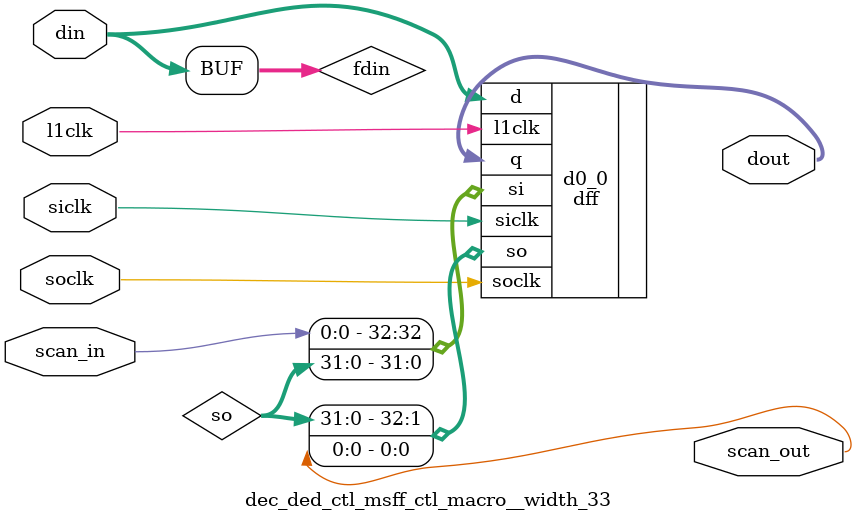
<source format=v>
module dec_ded_ctl (
  l2clk, 
  scan_in, 
  tcu_pce_ov, 
  spc_aclk, 
  spc_bclk, 
  tcu_scan_en, 
  clken, 
  tlu_cerer_icdp, 
  del_test_sel_p, 
  del_twocycle_std_p, 
  del_twocycle_rs2_p, 
  del_default_sel_p, 
  del_test_addr_p, 
  ifu_buf0_inst0, 
  ifu_buf0_inst1, 
  ifu_buf0_inst2, 
  ifu_buf0_inst3, 
  ifu_buf0_excp0, 
  ifu_buf0_excp1, 
  ifu_buf0_excp2, 
  ifu_buf0_excp3, 
  del_noshift_d, 
  pku_raw_pick_p, 
  pku_isrc_rs1_p, 
  pku_isrc_rs2_p, 
  pku_isrc_rd_p, 
  exu_oddwin_b, 
  ded_oddwin_d, 
  dec_inst_d, 
  dec_inst_rs1_p, 
  dec_inst_rs2_p, 
  dec_inst_rs3_p, 
  dec_inst_rs1_vld_p, 
  dec_inst_rs2_vld_p, 
  dec_inst_rs3_vld_p, 
  ded_exc_d, 
  ded_perr_p, 
  ded_ferr_p, 
  ded_perr_d, 
  ded_ferr_d, 
  ded_legal_p, 
  scan_out);
wire l1clk;
wire spares_scanin;
wire spares_scanout;
wire icdf_perr_f_scanin;
wire icdf_perr_f_scanout;
wire icdp_perr_en;
wire pce_ov;
wire stop;
wire siclk;
wire soclk;
wire se;
wire oddwinf_scanin;
wire oddwinf_scanout;
wire [3:0] oddwin;
wire [2:0] xor0;
wire [2:0] xor1;
wire [2:0] xor2;
wire [2:0] xor3;
wire [3:0] window_in;
wire [2:0] xor_d;
wire windowf_scanin;
wire windowf_scanout;
wire twocyclef_scanin;
wire twocyclef_scanout;
wire [4:0] inst_rs2_d;
wire [4:1] inst_rs3_d;
wire [2:0] isrc_in;
wire [32:0] decode_mux;
wire [2:0] isrc0_in;
wire [2:0] isrc1_in;
wire [2:0] isrc2_in;
wire [2:0] isrc3_in;
wire [2:0] isrc_d;
wire isrcf_scanin;
wire isrcf_scanout;
wire [4:0] exc_in;
wire excf_scanin;
wire excf_scanout;
wire decodef_scanin;
wire decodef_scanout;
wire parityerrf_scanin;
wire parityerrf_scanout;
wire [3:0] ifetch_err_p;
wire ifetcherrf_scanin;
wire ifetcherrf_scanout;
wire illegal0_p;
wire illegal1_p;
wire illegal2_p;
wire illegal3_p;
wire legal_d;
wire legalf_scanin;
wire legalf_scanout;



input l2clk;
input scan_in;
input tcu_pce_ov;		// scan signals
input spc_aclk;
input spc_bclk;
input tcu_scan_en;

input clken;

input tlu_cerer_icdp;		// enable for icdp perr (0 then mask it)

input del_test_sel_p;		// mux selects for IRF read port rs3
input del_twocycle_std_p;
input del_twocycle_rs2_p;
input del_default_sel_p;


input [4:0] del_test_addr_p;	// address to read for exu test access

input [32:0] ifu_buf0_inst0;		// instructions for each of the threads at p stage
input [32:0] ifu_buf0_inst1;
input [32:0] ifu_buf0_inst2;
input [32:0] ifu_buf0_inst3;

input [4:0] ifu_buf0_excp0;		// exception info for each of the threads at p stage
input [4:0] ifu_buf0_excp1;
input [4:0] ifu_buf0_excp2;
input [4:0] ifu_buf0_excp3;

input del_noshift_d;			// dont shift anything into decode0 stage
input [3:0]  pku_raw_pick_p;     	// raw pick signals to ifu to mux pc addresses


input [3:0] pku_isrc_rs1_p;		// has rs1 source
input [3:0] pku_isrc_rs2_p;		// has rs2 source
input [3:0] pku_isrc_rd_p;		// has rd source

input [3:0] exu_oddwin_b;		// whether window for current thread is odd or not

output ded_oddwin_d;			// window is odd for decode0

output [32:0] dec_inst_d;

output [4:0] dec_inst_rs1_p;
output [4:0] dec_inst_rs2_p;
output [4:0] dec_inst_rs3_p;
output dec_inst_rs1_vld_p;
output dec_inst_rs2_vld_p;
output dec_inst_rs3_vld_p;


output [4:0] ded_exc_d;

output ded_perr_p;		// inst parity error at p stage; to del to squash predecodes
output ded_ferr_p;		// inst ifetch error at p stage; to del to squash predecodes
	   
output ded_perr_d;		// inst parity error at d stage; to dcd to squash main decode
output ded_ferr_d;		// inst ifetch error at d stage; to dcd to squash main decode

output ded_legal_p;		// illegal instruction at p stage

output scan_out;


dec_ded_ctl_l1clkhdr_ctl_macro clkgen (
 .l2clk(l2clk),
 .l1en (clken),
 .l1clk(l1clk),
  .pce_ov(pce_ov),
  .stop(stop),
  .se(se));

dec_ded_ctl_spare_ctl_macro__num_2 spares  (
	.scan_in(spares_scanin),
	.scan_out(spares_scanout),
	.l1clk	(l1clk),
  .siclk(siclk),
  .soclk(soclk)
);

dec_ded_ctl_msff_ctl_macro__width_1 icdf_perr_f  (
 .scan_in(icdf_perr_f_scanin),
 .scan_out(icdf_perr_f_scanout),
 .l1clk(l1clk),
 .din  (tlu_cerer_icdp),
 .dout (icdp_perr_en),
  .siclk(siclk),
  .soclk(soclk)
);


// scan renames
assign pce_ov = tcu_pce_ov;
assign stop = 1'b0;
assign siclk = spc_aclk;
assign soclk = spc_bclk;
assign se = tcu_scan_en;
// end scan

// 0in value -var pku_raw_pick_p[3:0] -val 0 1 2 4 8


dec_ded_ctl_msff_ctl_macro__width_4 oddwinf  (
 .scan_in(oddwinf_scanin),
 .scan_out(oddwinf_scanout),
 .din(exu_oddwin_b[3:0]),
 .dout(oddwin[3:0]),
  .l1clk(l1clk),
  .siclk(siclk),
  .soclk(soclk)
);


// generate correct pointers for rd, rs1 and rs2 for each thread

assign xor0[2:0] = {ifu_buf0_inst0[29],ifu_buf0_inst0[18],ifu_buf0_inst0[4]} ^ ({3{oddwin[0]}} &  {ifu_buf0_inst0[28],ifu_buf0_inst0[17],ifu_buf0_inst0[3]});

assign xor1[2:0] = {ifu_buf0_inst1[29],ifu_buf0_inst1[18],ifu_buf0_inst1[4]} ^ ({3{oddwin[1]}} &  {ifu_buf0_inst1[28],ifu_buf0_inst1[17],ifu_buf0_inst1[3]});

assign xor2[2:0] = {ifu_buf0_inst2[29],ifu_buf0_inst2[18],ifu_buf0_inst2[4]} ^ ({3{oddwin[2]}} &  {ifu_buf0_inst2[28],ifu_buf0_inst2[17],ifu_buf0_inst2[3]});

assign xor3[2:0] = {ifu_buf0_inst3[29],ifu_buf0_inst3[18],ifu_buf0_inst3[4]} ^ ({3{oddwin[3]}} &  {ifu_buf0_inst3[28],ifu_buf0_inst3[17],ifu_buf0_inst3[3]});



assign window_in[3:0] =    ({4{del_noshift_d}} &                      {ded_oddwin_d,xor_d[2:0]}) |
			   ({4{~del_noshift_d & pku_raw_pick_p[0]}} & {oddwin[0],xor0[2:0]}) |
			   ({4{~del_noshift_d & pku_raw_pick_p[1]}} & {oddwin[1],xor1[2:0]}) |
			   ({4{~del_noshift_d & pku_raw_pick_p[2]}} & {oddwin[2],xor2[2:0]}) |
			   ({4{~del_noshift_d & pku_raw_pick_p[3]}} & {oddwin[3],xor3[2:0]});


dec_ded_ctl_msff_ctl_macro__width_4 windowf  (
 .scan_in(windowf_scanin),
 .scan_out(windowf_scanout),
 .din(window_in[3:0]),
 .dout({ded_oddwin_d,xor_d[2:0]}),
  .l1clk(l1clk),
  .siclk(siclk),
  .soclk(soclk)
);


// twocycle operations use the rs3 port to the irf for the second read operation

dec_ded_ctl_msff_ctl_macro__width_9 twocyclef  (
 .scan_in(twocyclef_scanin),
 .scan_out(twocyclef_scanout),
 .din({dec_inst_rs2_p[4:0],dec_inst_rs3_p[4:1]}),
 .dout({inst_rs2_d[4:0],inst_rs3_d[4:1]}),
  .l1clk(l1clk),
  .siclk(siclk),
  .soclk(soclk)
);



assign {dec_inst_rs3_vld_p,dec_inst_rs3_p[4:0]} = ({6{del_test_sel_p}} & {1'b1,del_test_addr_p[4:0]}) |
						  ({6{del_twocycle_std_p}} & {1'b1,inst_rs3_d[4:1],1'b1}) |
					          ({6{del_twocycle_rs2_p}} & {1'b1,inst_rs2_d[4:0]}) |
						  ({6{del_default_sel_p}}  & {isrc_in[2],window_in[2],decode_mux[28:25]});


assign dec_inst_rs1_vld_p = isrc_in[1];
assign dec_inst_rs2_vld_p = isrc_in[0];

assign dec_inst_rs1_p[4:0] = {window_in[1],decode_mux[17:14]};
assign dec_inst_rs2_p[4:0] = {window_in[0],decode_mux[3:0]};


assign isrc0_in[2:0] = { pku_isrc_rd_p[0],pku_isrc_rs1_p[0],pku_isrc_rs2_p[0] };

assign isrc1_in[2:0] = { pku_isrc_rd_p[1],pku_isrc_rs1_p[1],pku_isrc_rs2_p[1] };

assign isrc2_in[2:0] = { pku_isrc_rd_p[2],pku_isrc_rs1_p[2],pku_isrc_rs2_p[2] };

assign isrc3_in[2:0] = { pku_isrc_rd_p[3],pku_isrc_rs1_p[3],pku_isrc_rs2_p[3] };


assign isrc_in[2:0] =      ({3{del_noshift_d}} & isrc_d[2:0]) |
			   ({3{~del_noshift_d & pku_raw_pick_p[0]}} & isrc0_in[2:0]) |
			   ({3{~del_noshift_d & pku_raw_pick_p[1]}} & isrc1_in[2:0]) |
			   ({3{~del_noshift_d & pku_raw_pick_p[2]}} & isrc2_in[2:0]) |
			   ({3{~del_noshift_d & pku_raw_pick_p[3]}} & isrc3_in[2:0]);


dec_ded_ctl_msff_ctl_macro__width_3 isrcf  (
 .scan_in(isrcf_scanin),
 .scan_out(isrcf_scanout),
 .din(isrc_in[2:0]),
 .dout(isrc_d[2:0]),
  .l1clk(l1clk),
  .siclk(siclk),
  .soclk(soclk)
);





assign exc_in[4:0] =       ({5{del_noshift_d}} & ded_exc_d[4:0]) |
			   ({5{~del_noshift_d & pku_raw_pick_p[0]}} & ifu_buf0_excp0[4:0]) |
			   ({5{~del_noshift_d & pku_raw_pick_p[1]}} & ifu_buf0_excp1[4:0]) |
			   ({5{~del_noshift_d & pku_raw_pick_p[2]}} & ifu_buf0_excp2[4:0]) |
			   ({5{~del_noshift_d & pku_raw_pick_p[3]}} & ifu_buf0_excp3[4:0]);

dec_ded_ctl_msff_ctl_macro__width_5 excf  (
 .scan_in(excf_scanin),
 .scan_out(excf_scanout),
 .din(exc_in[4:0]),
 .dout(ded_exc_d[4:0]),
  .l1clk(l1clk),
  .siclk(siclk),
  .soclk(soclk)
);


assign decode_mux[32:0] = ({33{del_noshift_d}} & dec_inst_d[32:0]) |
			   ({33{~del_noshift_d & pku_raw_pick_p[0]}} & ifu_buf0_inst0[32:0]) |
			   ({33{~del_noshift_d & pku_raw_pick_p[1]}} & ifu_buf0_inst1[32:0]) |
			   ({33{~del_noshift_d & pku_raw_pick_p[2]}} & ifu_buf0_inst2[32:0]) |
			   ({33{~del_noshift_d & pku_raw_pick_p[3]}} & ifu_buf0_inst3[32:0]);

dec_ded_ctl_msff_ctl_macro__width_33 decodef  (
 .scan_in(decodef_scanin),
 .scan_out(decodef_scanout),
 .din(decode_mux[32:0]),
 .dout(dec_inst_d[32:0]),
  .l1clk(l1clk),
  .siclk(siclk),
  .soclk(soclk)
);


// its only a parity error if its enabled
assign ded_perr_p =   ( del_noshift_d & ded_perr_d) |
			   (~del_noshift_d & pku_raw_pick_p[0] & icdp_perr_en & (ifu_buf0_inst0[32] ^ (^ifu_buf0_inst0[31:0]))) |
			   (~del_noshift_d & pku_raw_pick_p[1] & icdp_perr_en & (ifu_buf0_inst1[32] ^ (^ifu_buf0_inst1[31:0]))) |
			   (~del_noshift_d & pku_raw_pick_p[2] & icdp_perr_en & (ifu_buf0_inst2[32] ^ (^ifu_buf0_inst2[31:0]))) |
			   (~del_noshift_d & pku_raw_pick_p[3] & icdp_perr_en & (ifu_buf0_inst3[32] ^ (^ifu_buf0_inst3[31:0])));

dec_ded_ctl_msff_ctl_macro__width_1 parityerrf  (
 .scan_in(parityerrf_scanin),
 .scan_out(parityerrf_scanout),
 .din(ded_perr_p),
 .dout(ded_perr_d),
  .l1clk(l1clk),
  .siclk(siclk),
  .soclk(soclk)
);

assign ifetch_err_p[0] = 	(ifu_buf0_excp0[4:0] == 5'b00001) |
				(ifu_buf0_excp0[4:0] == 5'b00010) |
				(ifu_buf0_excp0[4:0] == 5'b00011) |
				(ifu_buf0_excp0[4:0] == 5'b00100) |
				(ifu_buf0_excp0[4:0] == 5'b00111) |
				(ifu_buf0_excp0[4:0] == 5'b11111) |
				(ifu_buf0_excp0[4:0] == 5'b01001) |
				(ifu_buf0_excp0[4:0] == 5'b01010) |
				(ifu_buf0_excp0[4:0] == 5'b01011) |
				(ifu_buf0_excp0[4:0] == 5'b01100) |
				(ifu_buf0_excp0[4:0] == 5'b01101) |
				(ifu_buf0_excp0[4:0] == 5'b01111) |
				(ifu_buf0_excp0[4:0] == 5'b10000) |
				(ifu_buf0_excp0[4:0] == 5'b10001) |
				(ifu_buf0_excp0[4:0] == 5'b10011) |
				(ifu_buf0_excp0[4:0] == 5'b10111) |
				(ifu_buf0_excp0[4:0] == 5'b11000);

assign ifetch_err_p[1] = 	(ifu_buf0_excp1[4:0] == 5'b00001) |
				(ifu_buf0_excp1[4:0] == 5'b00010) |
				(ifu_buf0_excp1[4:0] == 5'b00011) |
				(ifu_buf0_excp1[4:0] == 5'b00100) |
				(ifu_buf0_excp1[4:0] == 5'b00111) |
				(ifu_buf0_excp1[4:0] == 5'b11111) |
				(ifu_buf0_excp1[4:0] == 5'b01001) |
				(ifu_buf0_excp1[4:0] == 5'b01010) |
				(ifu_buf0_excp1[4:0] == 5'b01011) |
				(ifu_buf0_excp1[4:0] == 5'b01100) |
				(ifu_buf0_excp1[4:0] == 5'b01101) |
				(ifu_buf0_excp1[4:0] == 5'b01111) |
				(ifu_buf0_excp1[4:0] == 5'b10000) |
				(ifu_buf0_excp1[4:0] == 5'b10001) |
				(ifu_buf0_excp1[4:0] == 5'b10011) |
				(ifu_buf0_excp1[4:0] == 5'b10111) |
				(ifu_buf0_excp1[4:0] == 5'b11000);

assign ifetch_err_p[2] = 	(ifu_buf0_excp2[4:0] == 5'b00001) |
				(ifu_buf0_excp2[4:0] == 5'b00010) |
				(ifu_buf0_excp2[4:0] == 5'b00011) |
				(ifu_buf0_excp2[4:0] == 5'b00100) |
				(ifu_buf0_excp2[4:0] == 5'b00111) |
				(ifu_buf0_excp2[4:0] == 5'b11111) |
				(ifu_buf0_excp2[4:0] == 5'b01001) |
				(ifu_buf0_excp2[4:0] == 5'b01010) |
				(ifu_buf0_excp2[4:0] == 5'b01011) |
				(ifu_buf0_excp2[4:0] == 5'b01100) |
				(ifu_buf0_excp2[4:0] == 5'b01101) |
				(ifu_buf0_excp2[4:0] == 5'b01111) |
				(ifu_buf0_excp2[4:0] == 5'b10000) |
				(ifu_buf0_excp2[4:0] == 5'b10001) |
				(ifu_buf0_excp2[4:0] == 5'b10011) |
				(ifu_buf0_excp2[4:0] == 5'b10111) |
				(ifu_buf0_excp2[4:0] == 5'b11000);

assign ifetch_err_p[3] = 	(ifu_buf0_excp3[4:0] == 5'b00001) |
				(ifu_buf0_excp3[4:0] == 5'b00010) |
				(ifu_buf0_excp3[4:0] == 5'b00011) |
				(ifu_buf0_excp3[4:0] == 5'b00100) |
				(ifu_buf0_excp3[4:0] == 5'b00111) |
				(ifu_buf0_excp3[4:0] == 5'b11111) |
				(ifu_buf0_excp3[4:0] == 5'b01001) |
				(ifu_buf0_excp3[4:0] == 5'b01010) |
				(ifu_buf0_excp3[4:0] == 5'b01011) |
				(ifu_buf0_excp3[4:0] == 5'b01100) |
				(ifu_buf0_excp3[4:0] == 5'b01101) |
				(ifu_buf0_excp3[4:0] == 5'b01111) |
				(ifu_buf0_excp3[4:0] == 5'b10000) |
				(ifu_buf0_excp3[4:0] == 5'b10001) |
				(ifu_buf0_excp3[4:0] == 5'b10011) |
				(ifu_buf0_excp3[4:0] == 5'b10111) |
				(ifu_buf0_excp3[4:0] == 5'b11000);

assign ded_ferr_p =   ( del_noshift_d & ded_ferr_d) |
			    (~del_noshift_d & pku_raw_pick_p[0] & ifetch_err_p[0]) |
			    (~del_noshift_d & pku_raw_pick_p[1] & ifetch_err_p[1] ) |
			    (~del_noshift_d & pku_raw_pick_p[2] & ifetch_err_p[2] ) |
			    (~del_noshift_d & pku_raw_pick_p[3] & ifetch_err_p[3] );

dec_ded_ctl_msff_ctl_macro__width_1 ifetcherrf  (
 .scan_in(ifetcherrf_scanin),
 .scan_out(ifetcherrf_scanout),
 .din(ded_ferr_p),
 .dout(ded_ferr_d),
  .l1clk(l1clk),
  .siclk(siclk),
  .soclk(soclk)
);

assign illegal0_p = ~ifu_buf0_inst0[31] & ~ifu_buf0_inst0[30] & ~ifu_buf0_inst0[24] & ~ifu_buf0_inst0[23] & ~ifu_buf0_inst0[22];
assign illegal1_p = ~ifu_buf0_inst1[31] & ~ifu_buf0_inst1[30] & ~ifu_buf0_inst1[24] & ~ifu_buf0_inst1[23] & ~ifu_buf0_inst1[22];
assign illegal2_p = ~ifu_buf0_inst2[31] & ~ifu_buf0_inst2[30] & ~ifu_buf0_inst2[24] & ~ifu_buf0_inst2[23] & ~ifu_buf0_inst2[22];
assign illegal3_p = ~ifu_buf0_inst3[31] & ~ifu_buf0_inst3[30] & ~ifu_buf0_inst3[24] & ~ifu_buf0_inst3[23] & ~ifu_buf0_inst3[22];


assign ded_legal_p =       ( del_noshift_d & legal_d) |
			   (~del_noshift_d & pku_raw_pick_p[0] & ~illegal0_p) |
			   (~del_noshift_d & pku_raw_pick_p[1] & ~illegal1_p) |
			   (~del_noshift_d & pku_raw_pick_p[2] & ~illegal2_p) |
			   (~del_noshift_d & pku_raw_pick_p[3] & ~illegal3_p);

dec_ded_ctl_msff_ctl_macro__width_1 legalf  (
 .scan_in(legalf_scanin),
 .scan_out(legalf_scanout),
 .din(ded_legal_p),
 .dout(legal_d),
  .l1clk(l1clk),
  .siclk(siclk),
  .soclk(soclk)
);


// fixscan start:
assign spares_scanin             = scan_in                  ;
assign icdf_perr_f_scanin        = spares_scanout           ;
assign oddwinf_scanin            = icdf_perr_f_scanout      ;
assign windowf_scanin            = oddwinf_scanout          ;
assign twocyclef_scanin          = windowf_scanout          ;
assign isrcf_scanin              = twocyclef_scanout        ;
assign excf_scanin               = isrcf_scanout            ;
assign decodef_scanin            = excf_scanout             ;
assign parityerrf_scanin         = decodef_scanout          ;
assign ifetcherrf_scanin         = parityerrf_scanout       ;
assign legalf_scanin             = ifetcherrf_scanout       ;
assign scan_out                  = legalf_scanout           ;
// fixscan end:
endmodule






// any PARAMS parms go into naming of macro

module dec_ded_ctl_l1clkhdr_ctl_macro (
  l2clk, 
  l1en, 
  pce_ov, 
  stop, 
  se, 
  l1clk);


  input l2clk;
  input l1en;
  input pce_ov;
  input stop;
  input se;
  output l1clk;



 

cl_sc1_l1hdr_8x c_0 (


   .l2clk(l2clk),
   .pce(l1en),
   .l1clk(l1clk),
  .se(se),
  .pce_ov(pce_ov),
  .stop(stop)
);



endmodule









//  Description:        Spare gate macro for control blocks
//
//  Param num controls the number of times the macro is added
//  flops=0 can be used to use only combination spare logic


module dec_ded_ctl_spare_ctl_macro__num_2 (
  l1clk, 
  scan_in, 
  siclk, 
  soclk, 
  scan_out);
wire si_0;
wire so_0;
wire spare0_flop_unused;
wire spare0_buf_32x_unused;
wire spare0_nand3_8x_unused;
wire spare0_inv_8x_unused;
wire spare0_aoi22_4x_unused;
wire spare0_buf_8x_unused;
wire spare0_oai22_4x_unused;
wire spare0_inv_16x_unused;
wire spare0_nand2_16x_unused;
wire spare0_nor3_4x_unused;
wire spare0_nand2_8x_unused;
wire spare0_buf_16x_unused;
wire spare0_nor2_16x_unused;
wire spare0_inv_32x_unused;
wire si_1;
wire so_1;
wire spare1_flop_unused;
wire spare1_buf_32x_unused;
wire spare1_nand3_8x_unused;
wire spare1_inv_8x_unused;
wire spare1_aoi22_4x_unused;
wire spare1_buf_8x_unused;
wire spare1_oai22_4x_unused;
wire spare1_inv_16x_unused;
wire spare1_nand2_16x_unused;
wire spare1_nor3_4x_unused;
wire spare1_nand2_8x_unused;
wire spare1_buf_16x_unused;
wire spare1_nor2_16x_unused;
wire spare1_inv_32x_unused;


input		l1clk;
input		scan_in;
input		siclk;
input		soclk;
output		scan_out;

cl_sc1_msff_8x spare0_flop (.l1clk(l1clk),
                               .siclk(siclk),
                               .soclk(soclk),
                               .si(si_0),
                               .so(so_0),
                               .d(1'b0),
                               .q(spare0_flop_unused));
assign si_0 = scan_in;

cl_u1_buf_32x   spare0_buf_32x (.in(1'b1),
                                   .out(spare0_buf_32x_unused));
cl_u1_nand3_8x spare0_nand3_8x (.in0(1'b1),
                                   .in1(1'b1),
                                   .in2(1'b1),
                                   .out(spare0_nand3_8x_unused));
cl_u1_inv_8x    spare0_inv_8x (.in(1'b1),
                                  .out(spare0_inv_8x_unused));
cl_u1_aoi22_4x spare0_aoi22_4x (.in00(1'b1),
                                   .in01(1'b1),
                                   .in10(1'b1),
                                   .in11(1'b1),
                                   .out(spare0_aoi22_4x_unused));
cl_u1_buf_8x    spare0_buf_8x (.in(1'b1),
                                  .out(spare0_buf_8x_unused));
cl_u1_oai22_4x spare0_oai22_4x (.in00(1'b1),
                                   .in01(1'b1),
                                   .in10(1'b1),
                                   .in11(1'b1),
                                   .out(spare0_oai22_4x_unused));
cl_u1_inv_16x   spare0_inv_16x (.in(1'b1),
                                   .out(spare0_inv_16x_unused));
cl_u1_nand2_16x spare0_nand2_16x (.in0(1'b1),
                                     .in1(1'b1),
                                     .out(spare0_nand2_16x_unused));
cl_u1_nor3_4x spare0_nor3_4x (.in0(1'b0),
                                 .in1(1'b0),
                                 .in2(1'b0),
                                 .out(spare0_nor3_4x_unused));
cl_u1_nand2_8x spare0_nand2_8x (.in0(1'b1),
                                   .in1(1'b1),
                                   .out(spare0_nand2_8x_unused));
cl_u1_buf_16x   spare0_buf_16x (.in(1'b1),
                                   .out(spare0_buf_16x_unused));
cl_u1_nor2_16x spare0_nor2_16x (.in0(1'b0),
                                   .in1(1'b0),
                                   .out(spare0_nor2_16x_unused));
cl_u1_inv_32x   spare0_inv_32x (.in(1'b1),
                                   .out(spare0_inv_32x_unused));

cl_sc1_msff_8x spare1_flop (.l1clk(l1clk),
                               .siclk(siclk),
                               .soclk(soclk),
                               .si(si_1),
                               .so(so_1),
                               .d(1'b0),
                               .q(spare1_flop_unused));
assign si_1 = so_0;

cl_u1_buf_32x   spare1_buf_32x (.in(1'b1),
                                   .out(spare1_buf_32x_unused));
cl_u1_nand3_8x spare1_nand3_8x (.in0(1'b1),
                                   .in1(1'b1),
                                   .in2(1'b1),
                                   .out(spare1_nand3_8x_unused));
cl_u1_inv_8x    spare1_inv_8x (.in(1'b1),
                                  .out(spare1_inv_8x_unused));
cl_u1_aoi22_4x spare1_aoi22_4x (.in00(1'b1),
                                   .in01(1'b1),
                                   .in10(1'b1),
                                   .in11(1'b1),
                                   .out(spare1_aoi22_4x_unused));
cl_u1_buf_8x    spare1_buf_8x (.in(1'b1),
                                  .out(spare1_buf_8x_unused));
cl_u1_oai22_4x spare1_oai22_4x (.in00(1'b1),
                                   .in01(1'b1),
                                   .in10(1'b1),
                                   .in11(1'b1),
                                   .out(spare1_oai22_4x_unused));
cl_u1_inv_16x   spare1_inv_16x (.in(1'b1),
                                   .out(spare1_inv_16x_unused));
cl_u1_nand2_16x spare1_nand2_16x (.in0(1'b1),
                                     .in1(1'b1),
                                     .out(spare1_nand2_16x_unused));
cl_u1_nor3_4x spare1_nor3_4x (.in0(1'b0),
                                 .in1(1'b0),
                                 .in2(1'b0),
                                 .out(spare1_nor3_4x_unused));
cl_u1_nand2_8x spare1_nand2_8x (.in0(1'b1),
                                   .in1(1'b1),
                                   .out(spare1_nand2_8x_unused));
cl_u1_buf_16x   spare1_buf_16x (.in(1'b1),
                                   .out(spare1_buf_16x_unused));
cl_u1_nor2_16x spare1_nor2_16x (.in0(1'b0),
                                   .in1(1'b0),
                                   .out(spare1_nor2_16x_unused));
cl_u1_inv_32x   spare1_inv_32x (.in(1'b1),
                                   .out(spare1_inv_32x_unused));
assign scan_out = so_1;



endmodule






// any PARAMS parms go into naming of macro

module dec_ded_ctl_msff_ctl_macro__width_1 (
  din, 
  l1clk, 
  scan_in, 
  siclk, 
  soclk, 
  dout, 
  scan_out);
wire [0:0] fdin;

  input [0:0] din;
  input l1clk;
  input scan_in;


  input siclk;
  input soclk;

  output [0:0] dout;
  output scan_out;
assign fdin[0:0] = din[0:0];






dff #(1)  d0_0 (
.l1clk(l1clk),
.siclk(siclk),
.soclk(soclk),
.d(fdin[0:0]),
.si(scan_in),
.so(scan_out),
.q(dout[0:0])
);












endmodule













// any PARAMS parms go into naming of macro

module dec_ded_ctl_msff_ctl_macro__width_4 (
  din, 
  l1clk, 
  scan_in, 
  siclk, 
  soclk, 
  dout, 
  scan_out);
wire [3:0] fdin;
wire [2:0] so;

  input [3:0] din;
  input l1clk;
  input scan_in;


  input siclk;
  input soclk;

  output [3:0] dout;
  output scan_out;
assign fdin[3:0] = din[3:0];






dff #(4)  d0_0 (
.l1clk(l1clk),
.siclk(siclk),
.soclk(soclk),
.d(fdin[3:0]),
.si({scan_in,so[2:0]}),
.so({so[2:0],scan_out}),
.q(dout[3:0])
);












endmodule













// any PARAMS parms go into naming of macro

module dec_ded_ctl_msff_ctl_macro__width_9 (
  din, 
  l1clk, 
  scan_in, 
  siclk, 
  soclk, 
  dout, 
  scan_out);
wire [8:0] fdin;
wire [7:0] so;

  input [8:0] din;
  input l1clk;
  input scan_in;


  input siclk;
  input soclk;

  output [8:0] dout;
  output scan_out;
assign fdin[8:0] = din[8:0];






dff #(9)  d0_0 (
.l1clk(l1clk),
.siclk(siclk),
.soclk(soclk),
.d(fdin[8:0]),
.si({scan_in,so[7:0]}),
.so({so[7:0],scan_out}),
.q(dout[8:0])
);












endmodule













// any PARAMS parms go into naming of macro

module dec_ded_ctl_msff_ctl_macro__width_3 (
  din, 
  l1clk, 
  scan_in, 
  siclk, 
  soclk, 
  dout, 
  scan_out);
wire [2:0] fdin;
wire [1:0] so;

  input [2:0] din;
  input l1clk;
  input scan_in;


  input siclk;
  input soclk;

  output [2:0] dout;
  output scan_out;
assign fdin[2:0] = din[2:0];






dff #(3)  d0_0 (
.l1clk(l1clk),
.siclk(siclk),
.soclk(soclk),
.d(fdin[2:0]),
.si({scan_in,so[1:0]}),
.so({so[1:0],scan_out}),
.q(dout[2:0])
);












endmodule













// any PARAMS parms go into naming of macro

module dec_ded_ctl_msff_ctl_macro__width_5 (
  din, 
  l1clk, 
  scan_in, 
  siclk, 
  soclk, 
  dout, 
  scan_out);
wire [4:0] fdin;
wire [3:0] so;

  input [4:0] din;
  input l1clk;
  input scan_in;


  input siclk;
  input soclk;

  output [4:0] dout;
  output scan_out;
assign fdin[4:0] = din[4:0];






dff #(5)  d0_0 (
.l1clk(l1clk),
.siclk(siclk),
.soclk(soclk),
.d(fdin[4:0]),
.si({scan_in,so[3:0]}),
.so({so[3:0],scan_out}),
.q(dout[4:0])
);












endmodule













// any PARAMS parms go into naming of macro

module dec_ded_ctl_msff_ctl_macro__width_33 (
  din, 
  l1clk, 
  scan_in, 
  siclk, 
  soclk, 
  dout, 
  scan_out);
wire [32:0] fdin;
wire [31:0] so;

  input [32:0] din;
  input l1clk;
  input scan_in;


  input siclk;
  input soclk;

  output [32:0] dout;
  output scan_out;
assign fdin[32:0] = din[32:0];






dff #(33)  d0_0 (
.l1clk(l1clk),
.siclk(siclk),
.soclk(soclk),
.d(fdin[32:0]),
.si({scan_in,so[31:0]}),
.so({so[31:0],scan_out}),
.q(dout[32:0])
);












endmodule









</source>
